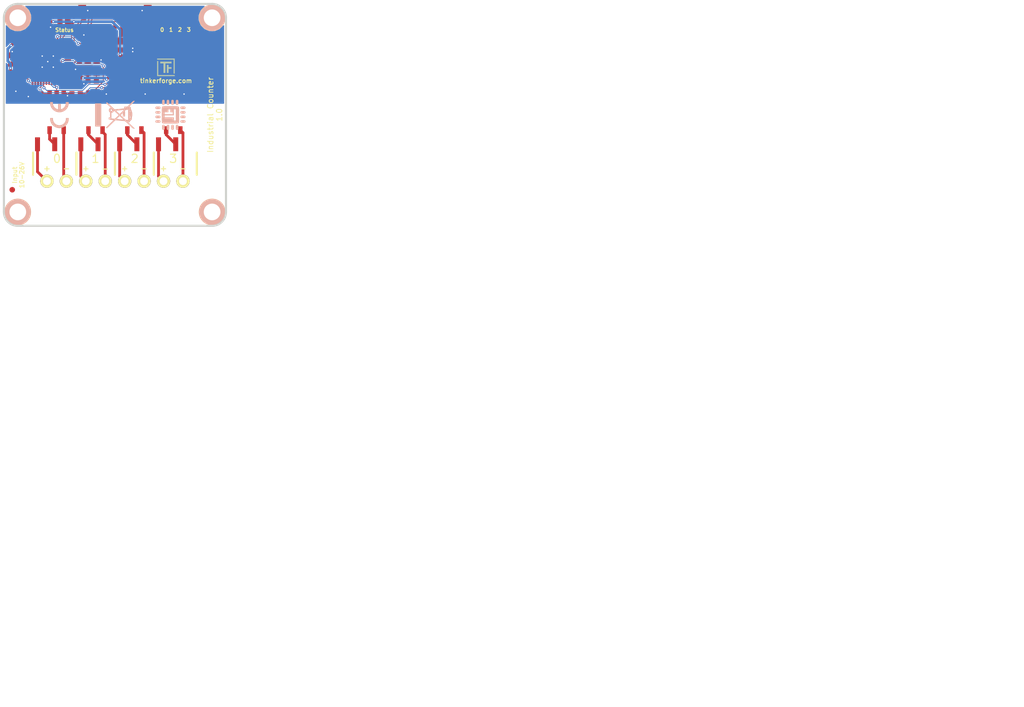
<source format=kicad_pcb>
(kicad_pcb (version 4) (host pcbnew 4.0.2+dfsg1-stable)
  (title_block (title "Industrial Counter Bricklet") (date 2017-09-18) (rev 1.0) (company "Tinkerforge GmbH") (comment 1 "Licensed under CERN OHL v.1.1") (comment 2 "Copyright (©) 2017, B.Nordmeyer <bastian@tinkerforge.com>"))
  (layers (0 Front signal) (31 Back signal) (34 B.Paste user) (35 F.Paste user) (36 B.SilkS user) (37 F.SilkS user) (38 B.Mask user) (39 F.Mask user) (44 Edge.Cuts user))
  (net 0 "")
  (net 1 GND)
  (net 2 "Net-(C1-Pad1)")
  (net 3 VCC)
  (net 4 "Net-(C4-Pad1)")
  (net 5 "Net-(C5-Pad1)")
  (net 6 "Net-(D1-Pad2)")
  (net 7 "Net-(D2-Pad2)")
  (net 8 "Net-(D3-Pad2)")
  (net 9 "Net-(D4-Pad2)")
  (net 10 "Net-(D5-Pad2)")
  (net 11 "Net-(P1-Pad4)")
  (net 12 "Net-(P1-Pad5)")
  (net 13 "Net-(P1-Pad6)")
  (net 14 "Net-(P2-Pad2)")
  (net 15 "Net-(P3-Pad2)")
  (net 16 "Net-(P3-Pad3)")
  (net 17 "Net-(P3-Pad4)")
  (net 18 "Net-(P3-Pad1)")
  (net 19 "Net-(P3-Pad5)")
  (net 20 "Net-(P3-Pad6)")
  (net 21 "Net-(P3-Pad7)")
  (net 22 "Net-(P3-Pad8)")
  (net 23 "Net-(R1-Pad1)")
  (net 24 "Net-(R2-Pad2)")
  (net 25 "Net-(R3-Pad2)")
  (net 26 "Net-(R4-Pad2)")
  (net 27 "Net-(R5-Pad2)")
  (net 28 S-CS)
  (net 29 S-CLK)
  (net 30 S-MOSI)
  (net 31 S-MISO)
  (net 32 STATUS4)
  (net 33 STATUS3)
  (net 34 STATUS2)
  (net 35 STATUS1)
  (net 36 IN1)
  (net 37 IN2)
  (net 38 IN3)
  (net 39 IN4)
  (net 40 "Net-(J1-Pad1)")
  (net 41 "Net-(P1-Pad1)")
  (net 42 "Net-(U1-Pad5)")
  (net 43 "Net-(U1-Pad6)")
  (net 44 "Net-(U1-Pad8)")
  (net 45 "Net-(U1-Pad9)")
  (net 46 "Net-(U1-Pad10)")
  (net 47 "Net-(U1-Pad11)")
  (net 48 "Net-(U1-Pad12)")
  (net 49 "Net-(U1-Pad13)")
  (net 50 "Net-(U1-Pad14)")
  (net 51 "Net-(U1-Pad15)")
  (net 52 "Net-(U1-Pad16)")
  (net 53 "Net-(U1-Pad20)")
  (net 54 "Net-(U1-Pad22)")
  (net 55 "Net-(U1-Pad23)")
  (net 56 "Net-(U1-Pad30)")
  (net 57 "Net-(U1-Pad31)")
  (net 58 "Net-(U1-Pad32)")
  (net 59 "Net-(U1-Pad34)")
  (net 60 "Net-(U1-Pad35)")
  (net 61 "Net-(U1-Pad36)")
  (net 62 "Net-(U1-Pad39)")
  (net 63 "Net-(U1-Pad40)")
  (module kicad-libraries:CRYSTAL_3225 (layer Front) (at 113.7 49.25 270)
    (fp_text reference X1)
    (fp_text value 16MHz)
    (pad 3 smd rect (at -1.09982 -0.8001 270) (size 1.39954 1.15062) (layers Front F.Paste F.Mask) (net 1 GND))
    (pad 2 smd rect (at 1.09982 -0.8001 270) (size 1.39954 1.15062) (layers Front F.Paste F.Mask) (net 4 "Net-(C4-Pad1)"))
    (pad 1 smd rect (at -1.09982 0.8001 270) (size 1.39954 1.15062) (layers Front F.Paste F.Mask) (net 5 "Net-(C5-Pad1)"))
    (pad 3 smd rect (at 1.09982 0.8001 270) (size 1.39954 1.15062) (layers Front F.Paste F.Mask) (net 1 GND))
  )
  (module Fiducial_Mark (layer Front) (at 99.3013 71.54926)
    (fp_text reference Fiducial_Mark hide)
    (fp_text value VAL** hide)
    (pad 1 smd circle (at 0 0) (size 1.00076 1.00076) (layers Front F.Mask) (clearance 0.65024))
  )
  (module Fiducial_Mark (layer Front) (at 135.8011 44.54906)
    (fp_text reference Fiducial_Mark hide)
    (fp_text value VAL** hide)
    (pad 1 smd circle (at 0 0) (size 1.00076 1.00076) (layers Front F.Mask) (clearance 0.65024))
  )
  (module Logo_31x31 (layer Front) (at 125.4 47.9)
    (fp_text reference G*** hide)
    (fp_text value Logo_31x31 hide)
  )
  (module kicad-libraries:SolderJumper (layer Front) (at 105.2 42.85 270)
    (fp_text reference P2)
    (fp_text value BOOT)
    (pad 2 smd rect (at 0.55 0 270) (size 0.3 1.4) (layers Front F.Mask) (net 14 "Net-(P2-Pad2)"))
    (pad 2 smd rect (at 0.15 0 270) (size 0.6 0.5) (layers Front F.Mask) (net 14 "Net-(P2-Pad2)"))
    (pad 1 smd rect (at -0.5 0 270) (size 0.4 1.4) (layers Front F.Mask) (net 1 GND))
    (pad 1 smd rect (at -0.225 0.55 270) (size 0.95 0.3) (layers Front F.Mask) (net 1 GND))
    (pad 1 smd rect (at -0.225 -0.55 270) (size 0.95 0.3) (layers Front F.Mask) (net 1 GND))
  )
  (module kicad-libraries:0603X4 (layer Front) (at 124.95 44.9 90)
    (fp_text reference RP2)
    (fp_text value 1k)
    (pad 1 smd rect (at 1.19888 -0.8509 90) (size 0.44958 0.89916) (layers Front F.Paste F.Mask) (net 35 STATUS1))
    (pad 2 smd rect (at 0.39878 -0.8509 90) (size 0.44958 0.89916) (layers Front F.Paste F.Mask) (net 34 STATUS2))
    (pad 3 smd rect (at -0.39878 -0.8509 90) (size 0.44958 0.89916) (layers Front F.Paste F.Mask) (net 33 STATUS3))
    (pad 4 smd rect (at -1.19888 -0.8509 90) (size 0.44958 0.89916) (layers Front F.Paste F.Mask) (net 32 STATUS4))
    (pad 5 smd rect (at -1.19888 0.8509 90) (size 0.44958 0.89916) (layers Front F.Paste F.Mask) (net 10 "Net-(D5-Pad2)"))
    (pad 6 smd rect (at -0.39878 0.8509 90) (size 0.44958 0.89916) (layers Front F.Paste F.Mask) (net 9 "Net-(D4-Pad2)"))
    (pad 7 smd rect (at 0.39878 0.8509 90) (size 0.44958 0.89916) (layers Front F.Paste F.Mask) (net 8 "Net-(D3-Pad2)"))
    (pad 8 smd rect (at 1.19888 0.8509 90) (size 0.44958 0.89916) (layers Front F.Paste F.Mask) (net 7 "Net-(D2-Pad2)"))
  )
  (module kicad-libraries:QFN48-EP2 (layer Front) (at 105.7 48.45 180)
    (fp_text reference U1)
    (fp_text value XMC1404)
    (pad 1 smd rect (at -2.74828 3.61188) (size 0.29972 1.14808) (layers Front F.Paste F.Mask) (net 34 STATUS2))
    (pad 2 smd rect (at -2.2479 3.61188) (size 0.29972 1.14808) (layers Front F.Paste F.Mask) (net 35 STATUS1))
    (pad 3 smd rect (at -1.74752 3.61188) (size 0.29972 1.14808) (layers Front F.Paste F.Mask) (net 31 S-MISO))
    (pad 4 smd rect (at -1.24968 3.61188) (size 0.29972 1.14808) (layers Front F.Paste F.Mask) (net 23 "Net-(R1-Pad1)"))
    (pad 5 smd rect (at -0.7493 3.61188) (size 0.29972 1.14808) (layers Front F.Paste F.Mask) (net 42 "Net-(U1-Pad5)"))
    (pad 6 smd rect (at -0.24892 3.61188) (size 0.29972 1.14808) (layers Front F.Paste F.Mask) (net 43 "Net-(U1-Pad6)"))
    (pad 7 smd rect (at 0.24892 3.61188) (size 0.29972 1.14808) (layers Front F.Paste F.Mask) (net 14 "Net-(P2-Pad2)"))
    (pad 8 smd rect (at 0.7493 3.61188) (size 0.29972 1.14808) (layers Front F.Paste F.Mask) (net 44 "Net-(U1-Pad8)"))
    (pad 9 smd rect (at 1.24968 3.61188) (size 0.29972 1.14808) (layers Front F.Paste F.Mask) (net 45 "Net-(U1-Pad9)"))
    (pad 10 smd rect (at 1.74752 3.61188) (size 0.29972 1.14808) (layers Front F.Paste F.Mask) (net 46 "Net-(U1-Pad10)"))
    (pad 11 smd rect (at 2.2479 3.61188) (size 0.29972 1.14808) (layers Front F.Paste F.Mask) (net 47 "Net-(U1-Pad11)"))
    (pad 12 smd rect (at 2.74828 3.61188) (size 0.29972 1.14808) (layers Front F.Paste F.Mask) (net 48 "Net-(U1-Pad12)"))
    (pad 13 smd rect (at 3.61188 2.74828 90) (size 0.29972 1.14808) (layers Front F.Paste F.Mask) (net 49 "Net-(U1-Pad13)"))
    (pad 14 smd rect (at 3.61188 2.2479 90) (size 0.29972 1.14808) (layers Front F.Paste F.Mask) (net 50 "Net-(U1-Pad14)"))
    (pad 15 smd rect (at 3.61188 1.74752 90) (size 0.29972 1.14808) (layers Front F.Paste F.Mask) (net 51 "Net-(U1-Pad15)"))
    (pad 16 smd rect (at 3.61188 1.24968 90) (size 0.29972 1.14808) (layers Front F.Paste F.Mask) (net 52 "Net-(U1-Pad16)"))
    (pad 17 smd rect (at 3.61188 0.7493 90) (size 0.29972 1.14808) (layers Front F.Paste F.Mask) (net 1 GND))
    (pad 18 smd rect (at 3.61188 0.24892 90) (size 0.29972 1.14808) (layers Front F.Paste F.Mask) (net 3 VCC))
    (pad 19 smd rect (at 3.61188 -0.24892 90) (size 0.29972 1.14808) (layers Front F.Paste F.Mask) (net 3 VCC))
    (pad 20 smd rect (at 3.61188 -0.7493 90) (size 0.29972 1.14808) (layers Front F.Paste F.Mask) (net 53 "Net-(U1-Pad20)"))
    (pad 21 smd rect (at 3.61188 -1.24968 90) (size 0.29972 1.14808) (layers Front F.Paste F.Mask) (net 40 "Net-(J1-Pad1)"))
    (pad 22 smd rect (at 3.61188 -1.74752 90) (size 0.29972 1.14808) (layers Front F.Paste F.Mask) (net 54 "Net-(U1-Pad22)"))
    (pad 23 smd rect (at 3.61188 -2.2479 90) (size 0.29972 1.14808) (layers Front F.Paste F.Mask) (net 55 "Net-(U1-Pad23)"))
    (pad 24 smd rect (at 3.61188 -2.74828 90) (size 0.29972 1.14808) (layers Front F.Paste F.Mask) (net 36 IN1))
    (pad 25 smd rect (at 2.74828 -3.61188 180) (size 0.29972 1.14808) (layers Front F.Paste F.Mask) (net 37 IN2))
    (pad 26 smd rect (at 2.2479 -3.61188 180) (size 0.29972 1.14808) (layers Front F.Paste F.Mask) (net 38 IN3))
    (pad 27 smd rect (at 1.74752 -3.61188 180) (size 0.29972 1.14808) (layers Front F.Paste F.Mask) (net 3 VCC))
    (pad 28 smd rect (at 1.24968 -3.61188 180) (size 0.29972 1.14808) (layers Front F.Paste F.Mask) (net 38 IN3))
    (pad 29 smd rect (at 0.7493 -3.61188 180) (size 0.29972 1.14808) (layers Front F.Paste F.Mask) (net 39 IN4))
    (pad 30 smd rect (at 0.24892 -3.61188 180) (size 0.29972 1.14808) (layers Front F.Paste F.Mask) (net 56 "Net-(U1-Pad30)"))
    (pad 31 smd rect (at -0.24892 -3.61188 180) (size 0.29972 1.14808) (layers Front F.Paste F.Mask) (net 57 "Net-(U1-Pad31)"))
    (pad 32 smd rect (at -0.7493 -3.61188 180) (size 0.29972 1.14808) (layers Front F.Paste F.Mask) (net 58 "Net-(U1-Pad32)"))
    (pad 33 smd rect (at -1.24968 -3.61188 180) (size 0.29972 1.14808) (layers Front F.Paste F.Mask) (net 36 IN1))
    (pad 34 smd rect (at -1.74752 -3.61188 180) (size 0.29972 1.14808) (layers Front F.Paste F.Mask) (net 59 "Net-(U1-Pad34)"))
    (pad 35 smd rect (at -2.2479 -3.61188 180) (size 0.29972 1.14808) (layers Front F.Paste F.Mask) (net 60 "Net-(U1-Pad35)"))
    (pad 36 smd rect (at -2.74828 -3.61188 180) (size 0.29972 1.14808) (layers Front F.Paste F.Mask) (net 61 "Net-(U1-Pad36)"))
    (pad 37 smd rect (at -3.60934 -2.74828 270) (size 0.29972 1.15062) (layers Front F.Paste F.Mask) (net 1 GND))
    (pad 38 smd rect (at -3.61188 -2.2479 270) (size 0.29972 1.14808) (layers Front F.Paste F.Mask) (net 3 VCC))
    (pad 39 smd rect (at -3.61188 -1.74752 270) (size 0.29972 1.14808) (layers Front F.Paste F.Mask) (net 62 "Net-(U1-Pad39)"))
    (pad 40 smd rect (at -3.61188 -1.24968 270) (size 0.29972 1.14808) (layers Front F.Paste F.Mask) (net 63 "Net-(U1-Pad40)"))
    (pad 41 smd rect (at -3.61188 -0.7493 270) (size 0.29972 1.14808) (layers Front F.Paste F.Mask) (net 4 "Net-(C4-Pad1)"))
    (pad 42 smd rect (at -3.61188 -0.24892 270) (size 0.29972 1.14808) (layers Front F.Paste F.Mask) (net 5 "Net-(C5-Pad1)"))
    (pad 43 smd rect (at -3.61188 0.24892 270) (size 0.29972 1.14808) (layers Front F.Paste F.Mask) (net 37 IN2))
    (pad 44 smd rect (at -3.61188 0.7493 270) (size 0.29972 1.14808) (layers Front F.Paste F.Mask) (net 28 S-CS))
    (pad 45 smd rect (at -3.61188 1.24968 270) (size 0.29972 1.14808) (layers Front F.Paste F.Mask) (net 29 S-CLK))
    (pad 46 smd rect (at -3.61188 1.74752 270) (size 0.29972 1.14808) (layers Front F.Paste F.Mask) (net 30 S-MOSI))
    (pad 47 smd rect (at -3.61188 2.2479 270) (size 0.29972 1.14808) (layers Front F.Paste F.Mask) (net 32 STATUS4))
    (pad 48 smd rect (at -3.61188 2.74828 270) (size 0.29972 1.14808) (layers Front F.Paste F.Mask) (net 33 STATUS3))
    (pad EP smd rect (at 0 0 180) (size 3.5 3.5) (layers Front F.Paste F.Mask) (net 1 GND))
  )
  (module kicad-libraries:CE_5mm (layer Back) (at 107.8 58.05 90)
    (fp_text reference VAL hide)
    (fp_text value CE_5mm hide)
  )
  (module kicad-libraries:WEEE_7mm (layer Back) (at 117.8 58.05 90)
    (fp_text reference VAL hide)
    (fp_text value WEEE_7mm hide)
  )
  (module kicad-libraries:DEBUG_PAD (layer Front) (at 100.2 51.15)
    (fp_text reference J1)
    (fp_text value DEBUG)
    (pad 1 smd circle (at 0 0) (size 0.7 0.7) (layers Front F.Paste F.Mask) (net 40 "Net-(J1-Pad1)"))
  )
  (module kicad-libraries:Logo_CoMCU (layer Back) (at 127.8 58.05 90)
    (fp_text reference G*** hide)
    (fp_text value LOGO hide)
  )
  (module kicad-libraries:DRILL_NP (layer Front) (at 135.3 40.55)
    (fp_text reference U9 hide)
    (fp_text value DRILL hide)
    (pad "" np_thru_hole circle (at 0 0) (size 2.99974 2.99974) (drill 2.99974) (layers *.Cu *.Mask F.SilkS) (clearance 0.89916))
  )
  (module kicad-libraries:DRILL_NP (layer Front) (at 135.3 75.55)
    (fp_text reference U8 hide)
    (fp_text value DRILL hide)
    (pad "" np_thru_hole circle (at 0 0) (size 2.99974 2.99974) (drill 2.99974) (layers *.Cu *.Mask F.SilkS) (clearance 0.89916))
  )
  (module kicad-libraries:DRILL_NP (layer Front) (at 100.3 40.55)
    (fp_text reference U7 hide)
    (fp_text value DRILL hide)
    (pad "" np_thru_hole circle (at 0 0) (size 2.99974 2.99974) (drill 2.99974) (layers *.Cu *.Mask F.SilkS) (clearance 0.89916))
  )
  (module kicad-libraries:DRILL_NP (layer Front) (at 100.29952 75.54976)
    (fp_text reference U6 hide)
    (fp_text value DRILL hide)
    (pad "" np_thru_hole circle (at 0 0) (size 2.99974 2.99974) (drill 2.99974) (layers *.Cu *.Mask F.SilkS) (clearance 0.89916))
  )
  (module kicad-libraries:SO-5 (layer Front) (at 107.3 57.55)
    (fp_text reference U2)
    (fp_text value TLP2367)
    (pad 3 smd rect (at 1.27 3.25) (size 0.8 1.4) (layers Front F.Paste F.Mask) (net 15 "Net-(P3-Pad2)"))
    (pad 1 smd rect (at -1.27 3.25) (size 0.8 1.4) (layers Front F.Paste F.Mask) (net 24 "Net-(R2-Pad2)"))
    (pad 4 smd rect (at 1.27 -3.25) (size 0.8 1.4) (layers Front F.Paste F.Mask) (net 1 GND))
    (pad 5 smd rect (at 0 -3.25) (size 0.8 1.4) (layers Front F.Paste F.Mask) (net 36 IN1))
    (pad 6 smd rect (at -1.27 -3.25) (size 0.8 1.4) (layers Front F.Paste F.Mask) (net 3 VCC))
  )
  (module kicad-libraries:SO-5 (layer Front) (at 128.3 57.55)
    (fp_text reference U5)
    (fp_text value TLP2367)
    (pad 3 smd rect (at 1.27 3.25) (size 0.8 1.4) (layers Front F.Paste F.Mask) (net 22 "Net-(P3-Pad8)"))
    (pad 1 smd rect (at -1.27 3.25) (size 0.8 1.4) (layers Front F.Paste F.Mask) (net 27 "Net-(R5-Pad2)"))
    (pad 4 smd rect (at 1.27 -3.25) (size 0.8 1.4) (layers Front F.Paste F.Mask) (net 1 GND))
    (pad 5 smd rect (at 0 -3.25) (size 0.8 1.4) (layers Front F.Paste F.Mask) (net 39 IN4))
    (pad 6 smd rect (at -1.27 -3.25) (size 0.8 1.4) (layers Front F.Paste F.Mask) (net 3 VCC))
  )
  (module kicad-libraries:SO-5 (layer Front) (at 121.3 57.55)
    (fp_text reference U4)
    (fp_text value TLP2367)
    (pad 3 smd rect (at 1.27 3.25) (size 0.8 1.4) (layers Front F.Paste F.Mask) (net 20 "Net-(P3-Pad6)"))
    (pad 1 smd rect (at -1.27 3.25) (size 0.8 1.4) (layers Front F.Paste F.Mask) (net 26 "Net-(R4-Pad2)"))
    (pad 4 smd rect (at 1.27 -3.25) (size 0.8 1.4) (layers Front F.Paste F.Mask) (net 1 GND))
    (pad 5 smd rect (at 0 -3.25) (size 0.8 1.4) (layers Front F.Paste F.Mask) (net 38 IN3))
    (pad 6 smd rect (at -1.27 -3.25) (size 0.8 1.4) (layers Front F.Paste F.Mask) (net 3 VCC))
  )
  (module kicad-libraries:SO-5 (layer Front) (at 114.3 57.55)
    (fp_text reference U3)
    (fp_text value TLP2367)
    (pad 3 smd rect (at 1.27 3.25) (size 0.8 1.4) (layers Front F.Paste F.Mask) (net 17 "Net-(P3-Pad4)"))
    (pad 1 smd rect (at -1.27 3.25) (size 0.8 1.4) (layers Front F.Paste F.Mask) (net 25 "Net-(R3-Pad2)"))
    (pad 4 smd rect (at 1.27 -3.25) (size 0.8 1.4) (layers Front F.Paste F.Mask) (net 1 GND))
    (pad 5 smd rect (at 0 -3.25) (size 0.8 1.4) (layers Front F.Paste F.Mask) (net 37 IN2))
    (pad 6 smd rect (at -1.27 -3.25) (size 0.8 1.4) (layers Front F.Paste F.Mask) (net 3 VCC))
  )
  (module kicad-libraries:C0402F (layer Front) (at 112.7 44.3 180)
    (fp_text reference C1)
    (fp_text value 220pF)
    (pad 2 smd rect (at 0.5 0 180) (size 0.6 0.7) (layers Front F.Paste F.Mask) (net 1 GND))
    (pad 1 smd rect (at -0.5 0 180) (size 0.6 0.7) (layers Front F.Paste F.Mask) (net 2 "Net-(C1-Pad1)"))
  )
  (module kicad-libraries:C0805 (layer Front) (at 119.7 44.75 180)
    (fp_text reference C2)
    (fp_text value 10uF)
    (pad 1 smd rect (at -1.00076 0 180) (size 1.00076 1.24968) (layers Front F.Paste F.Mask) (net 1 GND) (clearance 0.14986))
    (pad 2 smd rect (at 1.00076 0 180) (size 1.00076 1.24968) (layers Front F.Paste F.Mask) (net 3 VCC) (clearance 0.14986))
  )
  (module kicad-libraries:C0603F (layer Front) (at 119.5 46.35 180)
    (fp_text reference C3)
    (fp_text value 1uF)
    (pad 1 smd rect (at -0.75 0 180) (size 0.9 0.9) (layers Front F.Paste F.Mask) (net 1 GND))
    (pad 2 smd rect (at 0.75 0 180) (size 0.9 0.9) (layers Front F.Paste F.Mask) (net 3 VCC))
  )
  (module kicad-libraries:C0603F (layer Front) (at 113.7 51.95 180)
    (fp_text reference C4)
    (fp_text value 10pF)
    (pad 1 smd rect (at -0.75 0 180) (size 0.9 0.9) (layers Front F.Paste F.Mask) (net 4 "Net-(C4-Pad1)"))
    (pad 2 smd rect (at 0.75 0 180) (size 0.9 0.9) (layers Front F.Paste F.Mask) (net 1 GND))
  )
  (module kicad-libraries:C0603F (layer Front) (at 111.4 49.15 270)
    (fp_text reference C5)
    (fp_text value 10pF)
    (pad 1 smd rect (at -0.75 0 270) (size 0.9 0.9) (layers Front F.Paste F.Mask) (net 5 "Net-(C5-Pad1)"))
    (pad 2 smd rect (at 0.75 0 270) (size 0.9 0.9) (layers Front F.Paste F.Mask) (net 1 GND))
  )
  (module kicad-libraries:C0603F (layer Front) (at 111.4 52.05 270)
    (fp_text reference C6)
    (fp_text value 100nF)
    (pad 1 smd rect (at -0.75 0 270) (size 0.9 0.9) (layers Front F.Paste F.Mask) (net 3 VCC))
    (pad 2 smd rect (at 0.75 0 270) (size 0.9 0.9) (layers Front F.Paste F.Mask) (net 1 GND))
  )
  (module kicad-libraries:C0603F (layer Front) (at 99 48.15 90)
    (fp_text reference C7)
    (fp_text value 100nF)
    (pad 1 smd rect (at -0.75 0 90) (size 0.9 0.9) (layers Front F.Paste F.Mask) (net 3 VCC))
    (pad 2 smd rect (at 0.75 0 90) (size 0.9 0.9) (layers Front F.Paste F.Mask) (net 1 GND))
  )
  (module kicad-libraries:C0603F (layer Front) (at 100.7 53.05 180)
    (fp_text reference C8)
    (fp_text value 100nF)
    (pad 1 smd rect (at -0.75 0 180) (size 0.9 0.9) (layers Front F.Paste F.Mask) (net 3 VCC))
    (pad 2 smd rect (at 0.75 0 180) (size 0.9 0.9) (layers Front F.Paste F.Mask) (net 1 GND))
  )
  (module kicad-libraries:C0603F (layer Front) (at 100.4 48.15 90)
    (fp_text reference C9)
    (fp_text value 220nF)
    (pad 1 smd rect (at -0.75 0 90) (size 0.9 0.9) (layers Front F.Paste F.Mask) (net 3 VCC))
    (pad 2 smd rect (at 0.75 0 90) (size 0.9 0.9) (layers Front F.Paste F.Mask) (net 1 GND))
  )
  (module kicad-libraries:C0603F (layer Front) (at 103.7 54.25 180)
    (fp_text reference C10)
    (fp_text value 100nF)
    (pad 1 smd rect (at -0.75 0 180) (size 0.9 0.9) (layers Front F.Paste F.Mask) (net 3 VCC))
    (pad 2 smd rect (at 0.75 0 180) (size 0.9 0.9) (layers Front F.Paste F.Mask) (net 1 GND))
  )
  (module kicad-libraries:C0603F (layer Front) (at 110.8 54.25 180)
    (fp_text reference C11)
    (fp_text value 100nF)
    (pad 1 smd rect (at -0.75 0 180) (size 0.9 0.9) (layers Front F.Paste F.Mask) (net 3 VCC))
    (pad 2 smd rect (at 0.75 0 180) (size 0.9 0.9) (layers Front F.Paste F.Mask) (net 1 GND))
  )
  (module kicad-libraries:C0603F (layer Front) (at 117.8 54.25 180)
    (fp_text reference C12)
    (fp_text value 100nF)
    (pad 1 smd rect (at -0.75 0 180) (size 0.9 0.9) (layers Front F.Paste F.Mask) (net 3 VCC))
    (pad 2 smd rect (at 0.75 0 180) (size 0.9 0.9) (layers Front F.Paste F.Mask) (net 1 GND))
  )
  (module kicad-libraries:C0603F (layer Front) (at 124.9 54.25 180)
    (fp_text reference C13)
    (fp_text value 100nF)
    (pad 1 smd rect (at -0.75 0 180) (size 0.9 0.9) (layers Front F.Paste F.Mask) (net 3 VCC))
    (pad 2 smd rect (at 0.75 0 180) (size 0.9 0.9) (layers Front F.Paste F.Mask) (net 1 GND))
  )
  (module kicad-libraries:D0603E (layer Front) (at 109.3 40.55 90)
    (fp_text reference D1)
    (fp_text value blue)
    (pad 1 smd rect (at -0.8501 0 90) (size 1.1 1) (layers Front F.Paste F.Mask) (net 3 VCC))
    (pad 2 smd rect (at 0.8501 0 90) (size 1.1 1) (layers Front F.Paste F.Mask) (net 6 "Net-(D1-Pad2)"))
  )
  (module kicad-libraries:D0603E (layer Front) (at 126.3 40.5 270)
    (fp_text reference D2)
    (fp_text value blue)
    (pad 1 smd rect (at -0.8501 0 270) (size 1.1 1) (layers Front F.Paste F.Mask) (net 3 VCC))
    (pad 2 smd rect (at 0.8501 0 270) (size 1.1 1) (layers Front F.Paste F.Mask) (net 7 "Net-(D2-Pad2)"))
  )
  (module kicad-libraries:D0603E (layer Front) (at 127.9 40.5 270)
    (fp_text reference D3)
    (fp_text value blue)
    (pad 1 smd rect (at -0.8501 0 270) (size 1.1 1) (layers Front F.Paste F.Mask) (net 3 VCC))
    (pad 2 smd rect (at 0.8501 0 270) (size 1.1 1) (layers Front F.Paste F.Mask) (net 8 "Net-(D3-Pad2)"))
  )
  (module kicad-libraries:D0603E (layer Front) (at 129.5 40.5 270)
    (fp_text reference D4)
    (fp_text value blue)
    (pad 1 smd rect (at -0.8501 0 270) (size 1.1 1) (layers Front F.Paste F.Mask) (net 3 VCC))
    (pad 2 smd rect (at 0.8501 0 270) (size 1.1 1) (layers Front F.Paste F.Mask) (net 9 "Net-(D4-Pad2)"))
  )
  (module kicad-libraries:D0603E (layer Front) (at 131.1 40.5 270)
    (fp_text reference D5)
    (fp_text value blue)
    (pad 1 smd rect (at -0.8501 0 270) (size 1.1 1) (layers Front F.Paste F.Mask) (net 3 VCC))
    (pad 2 smd rect (at 0.8501 0 270) (size 1.1 1) (layers Front F.Paste F.Mask) (net 10 "Net-(D5-Pad2)"))
  )
  (module kicad-libraries:CON-SENSOR2 (layer Front) (at 117.80012 38.0492 180)
    (fp_text reference P1)
    (fp_text value CON-SENSOR2)
    (pad 1 smd rect (at -3.75 -4.6 180) (size 0.6 1.8) (layers Front F.Paste F.Mask) (net 41 "Net-(P1-Pad1)"))
    (pad 2 smd rect (at -2.5 -4.6 180) (size 0.6 1.8) (layers Front F.Paste F.Mask) (net 1 GND))
    (pad EP smd rect (at -5.9 -1.2 180) (size 1.4 2.4) (layers Front F.Paste F.Mask) (net 1 GND))
    (pad EP smd rect (at 5.9 -1.2 180) (size 1.4 2.4) (layers Front F.Paste F.Mask) (net 1 GND))
    (pad 3 smd rect (at -1.25 -4.6 180) (size 0.6 1.8) (layers Front F.Paste F.Mask) (net 3 VCC))
    (pad 4 smd rect (at 0 -4.6 180) (size 0.6 1.8) (layers Front F.Paste F.Mask) (net 11 "Net-(P1-Pad4)"))
    (pad 5 smd rect (at 1.25 -4.6 180) (size 0.6 1.8) (layers Front F.Paste F.Mask) (net 12 "Net-(P1-Pad5)"))
    (pad 6 smd rect (at 2.5 -4.6 180) (size 0.6 1.8) (layers Front F.Paste F.Mask) (net 13 "Net-(P1-Pad6)"))
    (pad 7 smd rect (at 3.75 -4.6 180) (size 0.6 1.8) (layers Front F.Paste F.Mask) (net 2 "Net-(C1-Pad1)"))
  )
  (module kicad-libraries:OQ_8P (layer Front) (at 117.8 70)
    (fp_text reference P3)
    (fp_text value CONN_8)
    (pad 2 thru_hole circle (at -8.7503 0) (size 2.4003 2.4003) (drill 1.39954) (layers *.Cu *.Mask F.SilkS) (net 15 "Net-(P3-Pad2)"))
    (pad 3 thru_hole circle (at -5.25018 0) (size 2.4003 2.4003) (drill 1.39954) (layers *.Cu *.Mask F.SilkS) (net 16 "Net-(P3-Pad3)"))
    (pad 4 thru_hole circle (at -1.75006 0) (size 2.4003 2.4003) (drill 1.39954) (layers *.Cu *.Mask F.SilkS) (net 17 "Net-(P3-Pad4)"))
    (pad 1 thru_hole circle (at -12.25042 0) (size 2.4003 2.4003) (drill 1.39954) (layers *.Cu *.Mask F.SilkS) (net 18 "Net-(P3-Pad1)"))
    (pad 5 thru_hole circle (at 1.75006 0) (size 2.4003 2.4003) (drill 1.39954) (layers *.Cu *.Mask F.SilkS) (net 19 "Net-(P3-Pad5)"))
    (pad 6 thru_hole circle (at 5.25018 0) (size 2.4003 2.4003) (drill 1.39954) (layers *.Cu *.Mask F.SilkS) (net 20 "Net-(P3-Pad6)"))
    (pad 7 thru_hole circle (at 8.7503 0) (size 2.4003 2.4003) (drill 1.39954) (layers *.Cu *.Mask F.SilkS) (net 21 "Net-(P3-Pad7)"))
    (pad 8 thru_hole circle (at 12.25042 0) (size 2.4003 2.4003) (drill 1.39954) (layers *.Cu *.Mask F.SilkS) (net 22 "Net-(P3-Pad8)"))
  )
  (module kicad-libraries:R0603F (layer Front) (at 107.9 40.55 90)
    (fp_text reference R1)
    (fp_text value 1k)
    (pad 1 smd rect (at -0.75 0 90) (size 0.9 0.9) (layers Front F.Paste F.Mask) (net 23 "Net-(R1-Pad1)"))
    (pad 2 smd rect (at 0.75 0 90) (size 0.9 0.9) (layers Front F.Paste F.Mask) (net 6 "Net-(D1-Pad2)"))
  )
  (module kicad-libraries:R1210 (layer Front) (at 105.4 63.35)
    (fp_text reference R2)
    (fp_text value "2.7k 0.5W")
    (pad 1 smd rect (at -1.5494 0) (size 0.89916 2.49936) (layers Front F.Paste F.Mask) (net 18 "Net-(P3-Pad1)") (clearance 0.14986))
    (pad 2 smd rect (at 1.5494 0) (size 0.89916 2.49936) (layers Front F.Paste F.Mask) (net 24 "Net-(R2-Pad2)") (clearance 0.14986))
  )
  (module kicad-libraries:R1210 (layer Front) (at 113.2 63.35)
    (fp_text reference R3)
    (fp_text value "2.7k 0.5W")
    (pad 1 smd rect (at -1.5494 0) (size 0.89916 2.49936) (layers Front F.Paste F.Mask) (net 16 "Net-(P3-Pad3)") (clearance 0.14986))
    (pad 2 smd rect (at 1.5494 0) (size 0.89916 2.49936) (layers Front F.Paste F.Mask) (net 25 "Net-(R3-Pad2)") (clearance 0.14986))
  )
  (module kicad-libraries:R1210 (layer Front) (at 120.2 63.35)
    (fp_text reference R4)
    (fp_text value "2.7k 0.5W")
    (pad 1 smd rect (at -1.5494 0) (size 0.89916 2.49936) (layers Front F.Paste F.Mask) (net 19 "Net-(P3-Pad5)") (clearance 0.14986))
    (pad 2 smd rect (at 1.5494 0) (size 0.89916 2.49936) (layers Front F.Paste F.Mask) (net 26 "Net-(R4-Pad2)") (clearance 0.14986))
  )
  (module kicad-libraries:R1210 (layer Front) (at 127.2 63.35)
    (fp_text reference R5)
    (fp_text value "2.7k 0.5W")
    (pad 1 smd rect (at -1.5494 0) (size 0.89916 2.49936) (layers Front F.Paste F.Mask) (net 21 "Net-(P3-Pad7)") (clearance 0.14986))
    (pad 2 smd rect (at 1.5494 0) (size 0.89916 2.49936) (layers Front F.Paste F.Mask) (net 27 "Net-(R5-Pad2)") (clearance 0.14986))
  )
  (module kicad-libraries:4X0402 (layer Front) (at 112.7 45.95 90)
    (fp_text reference RP1)
    (fp_text value 82)
    (pad 1 smd rect (at -0.7493 0.575 270) (size 0.29972 0.65) (layers Front F.Paste F.Mask) (net 11 "Net-(P1-Pad4)"))
    (pad 2 smd rect (at -0.24892 0.575 270) (size 0.29972 0.65) (layers Front F.Paste F.Mask) (net 12 "Net-(P1-Pad5)"))
    (pad 3 smd rect (at 0.24892 0.575 270) (size 0.29972 0.65) (layers Front F.Paste F.Mask) (net 13 "Net-(P1-Pad6)"))
    (pad 4 smd rect (at 0.7493 0.575 270) (size 0.29972 0.65) (layers Front F.Paste F.Mask) (net 2 "Net-(C1-Pad1)"))
    (pad 5 smd rect (at 0.7493 -0.575 90) (size 0.29972 0.65) (layers Front F.Paste F.Mask) (net 31 S-MISO))
    (pad 6 smd rect (at 0.24892 -0.575 90) (size 0.29972 0.65) (layers Front F.Paste F.Mask) (net 30 S-MOSI))
    (pad 7 smd rect (at -0.24892 -0.575 90) (size 0.29972 0.65) (layers Front F.Paste F.Mask) (net 29 S-CLK))
    (pad 8 smd rect (at -0.7493 -0.575 90) (size 0.29972 0.65) (layers Front F.Paste F.Mask) (net 28 S-CS))
  )
  (gr_text 3 (at 131.1 42.7) (layer F.SilkS) (effects (font (size 0.7 0.7) (thickness 0.14986))))
  (gr_text 2 (at 129.5 42.7) (layer F.SilkS) (effects (font (size 0.7 0.7) (thickness 0.14986))))
  (gr_text 1 (at 127.9 42.7) (layer F.SilkS) (effects (font (size 0.7 0.7) (thickness 0.14986))))
  (gr_text 0 (at 126.3 42.65 180) (layer F.SilkS) (effects (font (size 0.7 0.7) (thickness 0.14986))))
  (gr_text Status (at 108.7 42.75) (layer F.SilkS) (effects (font (size 0.7 0.7) (thickness 0.14986))))
  (gr_text "Input\n10-26V" (at 100.4 68.9 90) (layer F.SilkS) (effects (font (size 0.8001 0.8001) (thickness 0.14986))))
  (gr_line (start 132.5499 68.84924) (end 132.5499 64.84874) (angle 90) (layer F.SilkS) (width 0.381))
  (gr_line (start 103.05034 68.84924) (end 103.05034 64.84874) (angle 90) (layer F.SilkS) (width 0.381))
  (gr_line (start 124.80036 68.84924) (end 124.80036 64.84874) (angle 90) (layer F.SilkS) (width 0.381))
  (gr_line (start 117.80012 68.84924) (end 117.80012 64.84874) (angle 90) (layer F.SilkS) (width 0.381))
  (gr_line (start 110.85068 68.84924) (end 110.85068 64.84874) (angle 90) (layer F.SilkS) (width 0.381))
  (gr_text 3 (at 128.30048 65.94856) (layer F.SilkS) (effects (font (size 1.50114 1.50114) (thickness 0.20066))))
  (gr_text 2 (at 121.35104 65.94856) (layer F.SilkS) (effects (font (size 1.50114 1.50114) (thickness 0.20066))))
  (gr_text 1 (at 114.3 65.94856) (layer F.SilkS) (effects (font (size 1.50114 1.50114) (thickness 0.20066))))
  (gr_text - (at 130.05054 67.69862) (layer F.SilkS) (effects (font (size 1.00076 1.00076) (thickness 0.20066))))
  (gr_text + (at 126.55042 67.69862) (layer F.SilkS) (effects (font (size 1.00076 1.00076) (thickness 0.20066))))
  (gr_text - (at 123.0503 67.69862) (layer F.SilkS) (effects (font (size 1.00076 1.00076) (thickness 0.20066))))
  (gr_text + (at 119.55018 67.69862) (layer F.SilkS) (effects (font (size 1.00076 1.00076) (thickness 0.20066))))
  (gr_text - (at 116.05006 67.74942) (layer F.SilkS) (effects (font (size 1.00076 1.00076) (thickness 0.20066))))
  (gr_text + (at 112.54994 67.69862) (layer F.SilkS) (effects (font (size 1.00076 1.00076) (thickness 0.20066))))
  (gr_text - (at 109.04982 67.69862) (layer F.SilkS) (effects (font (size 1.00076 1.00076) (thickness 0.20066))))
  (gr_text + (at 105.5497 67.69862) (layer F.SilkS) (effects (font (size 1.00076 1.00076) (thickness 0.20066))))
  (gr_text 0 (at 107.35056 65.94856) (layer F.SilkS) (effects (font (size 1.50114 1.50114) (thickness 0.20066))))
  (gr_text tinkerforge.com (at 127 51.9) (layer F.SilkS) (effects (font (size 0.8001 0.8001) (thickness 0.14986))))
  (gr_text "Industrial Counter\n1.0" (at 135.8 58.05 90) (layer F.SilkS) (effects (font (size 1 1))))
  (gr_arc (start 100.29952 40.5511) (end 97.80016 40.5511) (angle 90) (layer Edge.Cuts) (width 0.381))
  (gr_arc (start 100.29952 75.54976) (end 100.29952 78.04912) (angle 90) (layer Edge.Cuts) (width 0.381))
  (gr_arc (start 135.29818 75.54976) (end 137.80008 75.54976) (angle 90) (layer Edge.Cuts) (width 0.381))
  (gr_arc (start 135.29818 40.5511) (end 135.29818 38.0492) (angle 90) (layer Edge.Cuts) (width 0.381))
  (gr_line (start 97.80016 40.5511) (end 97.80016 75.54976) (angle 90) (layer Edge.Cuts) (width 0.381))
  (gr_line (start 135.30072 38.0492) (end 100.29952 38.0492) (angle 90) (layer Edge.Cuts) (width 0.381))
  (gr_line (start 137.80262 75.54976) (end 137.80262 40.5511) (angle 90) (layer Edge.Cuts) (width 0.381))
  (gr_line (start 100.29952 78.04912) (end 135.30072 78.04912) (angle 90) (layer Edge.Cuts) (width 0.381))
  (segment (start 112.2 44.3) (end 112.2 43.65) (width 0.50038) (layer Front) (net 1))
  (via (at 112.2 43.65) (size 0.55) (drill 0.25) (layers Front Back) (net 1))
  (segment (start 105.7 48.45) (end 104.7 49.45) (width 0.50038) (layer Front) (net 1))
  (via (at 104.7 49.45) (size 0.55) (drill 0.25) (layers Front Back) (net 1))
  (segment (start 105.7 48.45) (end 106.7 49.45) (width 0.50038) (layer Front) (net 1))
  (via (at 106.7 49.45) (size 0.55) (drill 0.25) (layers Front Back) (net 1))
  (segment (start 105.7 48.45) (end 106.7 47.45) (width 0.50038) (layer Front) (net 1))
  (via (at 106.7 47.45) (size 0.55) (drill 0.25) (layers Front Back) (net 1))
  (segment (start 105.7 48.45) (end 104.7 47.45) (width 0.50038) (layer Front) (net 1))
  (via (at 104.7 47.45) (size 0.55) (drill 0.25) (layers Front Back) (net 1))
  (segment (start 105.2 42.35) (end 106.1 42.35) (width 0.29972) (layer Front) (net 1))
  (via (at 106.2 42.25) (size 0.55) (drill 0.25) (layers Front Back) (net 1))
  (segment (start 106.1 42.35) (end 106.2 42.25) (width 0.29972) (layer Front) (net 1))
  (segment (start 105.2 42.35) (end 104.6 42.35) (width 0.14986) (layer Front) (net 1))
  (segment (start 104.6 42.35) (end 104.6 42.75) (width 0.14986) (layer Front) (net 1))
  (segment (start 104.6 42.75) (end 104.65 42.625) (width 0.14986) (layer Front) (net 1))
  (segment (start 105.75 42.625) (end 105.75 42.5) (width 0.14986) (layer Front) (net 1))
  (segment (start 105.75 42.5) (end 105.6 42.35) (width 0.14986) (layer Front) (net 1))
  (segment (start 105.6 42.35) (end 105.2 42.35) (width 0.14986) (layer Front) (net 1))
  (segment (start 120.25 46.35) (end 120.7 46.35) (width 0.50038) (layer Front) (net 1))
  (segment (start 120.7 46.35) (end 121 46.65) (width 0.50038) (layer Front) (net 1))
  (via (at 121 46.65) (size 0.55) (drill 0.25) (layers Front Back) (net 1))
  (segment (start 120.7 46.35) (end 121 46.05) (width 0.50038) (layer Front) (net 1))
  (via (at 121 46.05) (size 0.55) (drill 0.25) (layers Front Back) (net 1))
  (segment (start 120.70076 44.75) (end 120.70076 45.34924) (width 0.50038) (layer Front) (net 1))
  (segment (start 120.70076 45.34924) (end 120.25 45.8) (width 0.50038) (layer Front) (net 1))
  (segment (start 120.25 45.8) (end 120.25 46.35) (width 0.50038) (layer Front) (net 1))
  (segment (start 120.30012 42.6492) (end 120.30012 43.45012) (width 0.50038) (layer Front) (net 1))
  (segment (start 120.30012 43.45012) (end 120.70076 43.85076) (width 0.50038) (layer Front) (net 1))
  (segment (start 120.70076 43.85076) (end 120.70076 44.75) (width 0.50038) (layer Front) (net 1))
  (segment (start 123.70012 39.2492) (end 122.7008 39.2492) (width 0.50038) (layer Front) (net 1))
  (via (at 122.7 39.25) (size 0.55) (drill 0.25) (layers Front Back) (net 1))
  (segment (start 122.7008 39.2492) (end 122.7 39.25) (width 0.50038) (layer Front) (net 1))
  (segment (start 111.90012 39.2492) (end 112.8992 39.2492) (width 0.50038) (layer Front) (net 1))
  (via (at 112.9 39.25) (size 0.55) (drill 0.25) (layers Front Back) (net 1))
  (segment (start 112.8992 39.2492) (end 112.9 39.25) (width 0.50038) (layer Front) (net 1))
  (via (at 105.7 48.45) (size 0.55) (drill 0.25) (layers Front Back) (net 1))
  (segment (start 129.57 54.3) (end 130.25 54.3) (width 0.50038) (layer Front) (net 1))
  (via (at 130.25 54.3) (size 0.55) (drill 0.25) (layers Front Back) (net 1))
  (segment (start 124.15 54.25) (end 123.3 54.25) (width 0.50038) (layer Front) (net 1))
  (via (at 123.25 54.3) (size 0.55) (drill 0.25) (layers Front Back) (net 1))
  (segment (start 123.25 54.3) (end 122.57 54.3) (width 0.50038) (layer Front) (net 1))
  (segment (start 123.3 54.25) (end 123.25 54.3) (width 0.50038) (layer Front) (net 1))
  (segment (start 117.05 54.25) (end 116.3 54.25) (width 0.50038) (layer Front) (net 1))
  (via (at 116.25 54.3) (size 0.55) (drill 0.25) (layers Front Back) (net 1))
  (segment (start 116.25 54.3) (end 115.57 54.3) (width 0.50038) (layer Front) (net 1))
  (segment (start 116.3 54.25) (end 116.25 54.3) (width 0.50038) (layer Front) (net 1))
  (segment (start 99.95 53.05) (end 99.95 53.8) (width 0.50038) (layer Front) (net 1))
  (via (at 99.95 53.8) (size 0.55) (drill 0.25) (layers Front Back) (net 1))
  (segment (start 102.95 54.25) (end 102.7 54.25) (width 0.50038) (layer Front) (net 1))
  (segment (start 102.7 54.25) (end 102.2 54.75) (width 0.50038) (layer Front) (net 1))
  (via (at 102.2 54.75) (size 0.55) (drill 0.25) (layers Front Back) (net 1))
  (segment (start 108.57 54.3) (end 108.95 54.3) (width 0.50038) (layer Front) (net 1))
  (segment (start 108.95 54.3) (end 109.25 54.6) (width 0.50038) (layer Front) (net 1))
  (segment (start 110.05 54.25) (end 109.6 54.25) (width 0.50038) (layer Front) (net 1))
  (segment (start 109.6 54.25) (end 109.25 54.6) (width 0.50038) (layer Front) (net 1))
  (via (at 109.25 54.6) (size 0.55) (drill 0.25) (layers Front Back) (net 1))
  (segment (start 99 47.4) (end 99 46.95) (width 0.50038) (layer Front) (net 1))
  (segment (start 99 46.95) (end 99.3 46.65) (width 0.50038) (layer Front) (net 1))
  (via (at 99.3 46.65) (size 0.55) (drill 0.25) (layers Front Back) (net 1))
  (segment (start 112.95 51.95) (end 112.7 51.95) (width 0.50038) (layer Front) (net 1))
  (segment (start 112.7 51.95) (end 112.2 52.45) (width 0.50038) (layer Front) (net 1))
  (via (at 112.2 52.45) (size 0.55) (drill 0.25) (layers Front Back) (net 1))
  (segment (start 111.85 52.8) (end 112.2 52.45) (width 0.50038) (layer Front) (net 1))
  (segment (start 111.4 52.8) (end 111.85 52.8) (width 0.50038) (layer Front) (net 1))
  (segment (start 111.4 49.9) (end 110.75 49.9) (width 0.50038) (layer Front) (net 1))
  (via (at 110.7 49.85) (size 0.55) (drill 0.25) (layers Front Back) (net 1))
  (segment (start 110.75 49.9) (end 110.7 49.85) (width 0.50038) (layer Front) (net 1))
  (segment (start 114.5001 48.15018) (end 115.29982 48.15018) (width 0.50038) (layer Front) (net 1))
  (via (at 115.3 48.15) (size 0.55) (drill 0.25) (layers Front Back) (net 1))
  (segment (start 115.29982 48.15018) (end 115.3 48.15) (width 0.50038) (layer Front) (net 1))
  (segment (start 112.8999 50.34982) (end 112.8999 51.8999) (width 0.50038) (layer Front) (net 1))
  (segment (start 112.8999 51.8999) (end 112.95 51.95) (width 0.50038) (layer Front) (net 1))
  (segment (start 109.30934 51.19828) (end 109.84828 51.19828) (width 0.29972) (layer Front) (net 1))
  (segment (start 109.84828 51.19828) (end 110.4 51.75) (width 0.29972) (layer Front) (net 1))
  (segment (start 110.4 51.75) (end 110.4 52.55) (width 0.29972) (layer Front) (net 1))
  (segment (start 110.4 52.55) (end 110.65 52.8) (width 0.29972) (layer Front) (net 1))
  (segment (start 110.65 52.8) (end 111.4 52.8) (width 0.29972) (layer Front) (net 1))
  (segment (start 100.4 47.4) (end 99 47.4) (width 0.50038) (layer Front) (net 1))
  (segment (start 102.08812 47.7007) (end 101.3507 47.7007) (width 0.29972) (layer Front) (net 1))
  (segment (start 101.05 47.4) (end 100.4 47.4) (width 0.29972) (layer Front) (net 1))
  (segment (start 101.3507 47.7007) (end 101.05 47.4) (width 0.29972) (layer Front) (net 1))
  (segment (start 113.2 44.3) (end 113.2 45.1257) (width 0.14986) (layer Front) (net 2))
  (segment (start 113.2 45.1257) (end 113.275 45.2007) (width 0.14986) (layer Front) (net 2))
  (segment (start 114.05012 42.6492) (end 114.05012 44.04988) (width 0.14986) (layer Front) (net 2))
  (segment (start 113.8 44.3) (end 113.2 44.3) (width 0.14986) (layer Front) (net 2))
  (segment (start 114.05012 44.04988) (end 113.8 44.3) (width 0.14986) (layer Front) (net 2))
  (segment (start 113.275 45.2007) (end 113.275 45.125) (width 0.14986) (layer Front) (net 2))
  (segment (start 131.1 39.6499) (end 131.7999 39.6499) (width 0.50038) (layer Front) (net 3))
  (segment (start 119.65 48.05) (end 118.75 47.15) (width 0.50038) (layer Front) (net 3))
  (segment (start 129 48.05) (end 119.65 48.05) (width 0.50038) (layer Front) (net 3))
  (segment (start 132.3 44.75) (end 129 48.05) (width 0.50038) (layer Front) (net 3))
  (segment (start 132.3 40.15) (end 132.3 44.75) (width 0.50038) (layer Front) (net 3))
  (segment (start 131.7999 39.6499) (end 132.3 40.15) (width 0.50038) (layer Front) (net 3))
  (segment (start 127.9 39.6499) (end 126.3 39.6499) (width 0.50038) (layer Front) (net 3))
  (segment (start 129.5 39.6499) (end 127.9 39.6499) (width 0.50038) (layer Front) (net 3))
  (segment (start 131.1 39.6499) (end 129.5 39.6499) (width 0.50038) (layer Front) (net 3))
  (segment (start 110.4 41.25) (end 106.7 41.25) (width 0.50038) (layer Back) (net 3))
  (segment (start 104.6 41.25) (end 101.8 44.05) (width 0.50038) (layer Front) (net 3))
  (segment (start 106.7 41.25) (end 104.6 41.25) (width 0.50038) (layer Front) (net 3))
  (via (at 106.7 41.25) (size 0.55) (drill 0.25) (layers Front Back) (net 3))
  (segment (start 118.75 47.15) (end 118.75 42.7) (width 0.50038) (layer Back) (net 3))
  (via (at 118.75 47.15) (size 0.55) (drill 0.25) (layers Front Back) (net 3))
  (segment (start 118.75 42.7) (end 117.3 41.25) (width 0.50038) (layer Back) (net 3))
  (segment (start 117.3 41.25) (end 110.4 41.25) (width 0.50038) (layer Back) (net 3))
  (segment (start 109.3 41.4001) (end 110.2499 41.4001) (width 0.50038) (layer Front) (net 3))
  (via (at 110.4 41.25) (size 0.55) (drill 0.25) (layers Front Back) (net 3))
  (segment (start 110.4 41.25) (end 110.2499 41.4001) (width 0.50038) (layer Front) (net 3))
  (segment (start 118.75 46.35) (end 118.75 47.15) (width 0.50038) (layer Front) (net 3))
  (segment (start 118.75 47.15) (end 118.75 49.2) (width 0.50038) (layer Front) (net 3))
  (segment (start 111.95 51.3) (end 112.05 51.4) (width 0.50038) (layer Front) (net 3))
  (via (at 112.05 51.4) (size 0.55) (drill 0.25) (layers Front Back) (net 3))
  (segment (start 111.4 51.3) (end 111.95 51.3) (width 0.50038) (layer Front) (net 3))
  (via (at 116.3 51.65) (size 0.55) (drill 0.25) (layers Front Back) (net 3))
  (segment (start 116.05 51.4) (end 116.3 51.65) (width 0.50038) (layer Back) (net 3))
  (segment (start 112.05 51.4) (end 116.05 51.4) (width 0.50038) (layer Back) (net 3))
  (segment (start 118.75 49.2) (end 116.3 51.65) (width 0.50038) (layer Front) (net 3))
  (segment (start 118.69924 44.75) (end 118.69924 46.29924) (width 0.50038) (layer Front) (net 3))
  (segment (start 118.69924 46.29924) (end 118.75 46.35) (width 0.50038) (layer Front) (net 3))
  (segment (start 119.05012 42.6492) (end 119.05012 43.69988) (width 0.50038) (layer Front) (net 3))
  (segment (start 118.69924 44.05076) (end 118.69924 44.75) (width 0.50038) (layer Front) (net 3))
  (segment (start 119.05012 43.69988) (end 118.69924 44.05076) (width 0.50038) (layer Front) (net 3))
  (segment (start 99 49.65) (end 99 48.85) (width 0.50038) (layer Back) (net 3))
  (segment (start 99 48.85) (end 98.5 48.35) (width 0.50038) (layer Back) (net 3))
  (segment (start 98.5 48.35) (end 98.5 46.15) (width 0.50038) (layer Back) (net 3))
  (segment (start 98.5 46.15) (end 99.1 45.55) (width 0.50038) (layer Back) (net 3))
  (via (at 99.1 45.55) (size 0.55) (drill 0.25) (layers Front Back) (net 3))
  (segment (start 99.1 45.55) (end 100.6 44.05) (width 0.50038) (layer Front) (net 3))
  (segment (start 100.6 44.05) (end 101.8 44.05) (width 0.50038) (layer Front) (net 3))
  (via (at 99 49.65) (size 0.55) (drill 0.25) (layers Front Back) (net 3))
  (segment (start 101.45 53.05) (end 101.45 54.1) (width 0.50038) (layer Front) (net 3))
  (segment (start 101.45 54.1) (end 100 55.55) (width 0.50038) (layer Front) (net 3))
  (segment (start 104.45 54.25) (end 104.45 54.5) (width 0.50038) (layer Front) (net 3))
  (segment (start 104.45 54.5) (end 103.4 55.55) (width 0.50038) (layer Front) (net 3))
  (segment (start 111.55 54.25) (end 111.55 54.7) (width 0.50038) (layer Front) (net 3))
  (segment (start 111.55 54.7) (end 110.7 55.55) (width 0.50038) (layer Front) (net 3))
  (segment (start 118.55 54.25) (end 118.55 54.8) (width 0.50038) (layer Front) (net 3))
  (segment (start 118.55 54.8) (end 117.8 55.55) (width 0.50038) (layer Front) (net 3))
  (segment (start 100 55.55) (end 103.4 55.55) (width 0.50038) (layer Front) (net 3))
  (segment (start 103.4 55.55) (end 110.7 55.55) (width 0.50038) (layer Front) (net 3))
  (segment (start 110.7 55.55) (end 117.8 55.55) (width 0.50038) (layer Front) (net 3))
  (segment (start 117.8 55.55) (end 124.5 55.55) (width 0.50038) (layer Front) (net 3))
  (segment (start 99 54.55) (end 100 55.55) (width 0.50038) (layer Front) (net 3))
  (segment (start 99 49.65) (end 99 54.55) (width 0.50038) (layer Front) (net 3))
  (segment (start 99 48.9) (end 99 49.65) (width 0.50038) (layer Front) (net 3))
  (segment (start 124.5 55.55) (end 125.65 54.4) (width 0.50038) (layer Front) (net 3))
  (segment (start 125.65 54.4) (end 125.65 54.25) (width 0.50038) (layer Front) (net 3))
  (segment (start 103.95248 52.06188) (end 103.95248 52.79752) (width 0.29972) (layer Front) (net 3))
  (segment (start 103.7 53.05) (end 101.45 53.05) (width 0.29972) (layer Front) (net 3))
  (segment (start 103.95248 52.79752) (end 103.7 53.05) (width 0.29972) (layer Front) (net 3))
  (segment (start 127.03 54.3) (end 125.5 54.3) (width 0.29972) (layer Front) (net 3))
  (segment (start 120.03 54.3) (end 118.5 54.3) (width 0.29972) (layer Front) (net 3))
  (segment (start 113.03 54.3) (end 111.5 54.3) (width 0.29972) (layer Front) (net 3))
  (segment (start 104.5 54.3) (end 106.03 54.3) (width 0.29972) (layer Front) (net 3))
  (segment (start 99 48.9) (end 100.4 48.9) (width 0.50038) (layer Front) (net 3))
  (segment (start 109.31188 50.6979) (end 110.1479 50.6979) (width 0.29972) (layer Front) (net 3))
  (segment (start 110.75 51.3) (end 111.4 51.3) (width 0.29972) (layer Front) (net 3))
  (segment (start 110.1479 50.6979) (end 110.75 51.3) (width 0.29972) (layer Front) (net 3))
  (segment (start 102.08812 48.20108) (end 101.25108 48.20108) (width 0.29972) (layer Front) (net 3))
  (segment (start 99.75 48.15) (end 99 48.9) (width 0.29972) (layer Front) (net 3))
  (segment (start 101.2 48.15) (end 99.75 48.15) (width 0.29972) (layer Front) (net 3))
  (segment (start 101.25108 48.20108) (end 101.2 48.15) (width 0.29972) (layer Front) (net 3))
  (segment (start 102.08812 48.69892) (end 100.60108 48.69892) (width 0.29972) (layer Front) (net 3))
  (segment (start 100.60108 48.69892) (end 100.4 48.9) (width 0.29972) (layer Front) (net 3))
  (segment (start 114.45 51.95) (end 114.45 50.39992) (width 0.14986) (layer Front) (net 4))
  (segment (start 114.45 50.39992) (end 114.5001 50.34982) (width 0.14986) (layer Front) (net 4))
  (segment (start 114.5001 50.34982) (end 114.5001 49.9501) (width 0.14986) (layer Front) (net 4))
  (segment (start 114.5001 49.9501) (end 113.7 49.15) (width 0.14986) (layer Front) (net 4))
  (segment (start 113.7 49.15) (end 109.36118 49.15) (width 0.14986) (layer Front) (net 4))
  (segment (start 109.36118 49.15) (end 109.31188 49.1993) (width 0.14986) (layer Front) (net 4))
  (segment (start 111.4 48.4) (end 112.65008 48.4) (width 0.14986) (layer Front) (net 5))
  (segment (start 112.65008 48.4) (end 112.8999 48.15018) (width 0.14986) (layer Front) (net 5))
  (segment (start 109.31188 48.69892) (end 110.45108 48.69892) (width 0.14986) (layer Front) (net 5))
  (segment (start 110.75 48.4) (end 111.4 48.4) (width 0.14986) (layer Front) (net 5))
  (segment (start 110.45108 48.69892) (end 110.75 48.4) (width 0.14986) (layer Front) (net 5))
  (segment (start 107.9 39.8) (end 109.1999 39.8) (width 0.14986) (layer Front) (net 6))
  (segment (start 109.1999 39.8) (end 109.3 39.6999) (width 0.14986) (layer Front) (net 6))
  (segment (start 125.8009 43.70112) (end 126.29888 43.70112) (width 0.14986) (layer Front) (net 7))
  (segment (start 126.5 43.5) (end 126.5 41.6001) (width 0.14986) (layer Front) (net 7))
  (segment (start 126.29888 43.70112) (end 126.5 43.5) (width 0.14986) (layer Front) (net 7))
  (segment (start 126.5 41.6001) (end 126.3 41.4001) (width 0.14986) (layer Front) (net 7))
  (segment (start 125.8009 44.50122) (end 126.69878 44.50122) (width 0.14986) (layer Front) (net 8))
  (segment (start 127.9 43.3) (end 127.9 41.3501) (width 0.14986) (layer Front) (net 8))
  (segment (start 126.69878 44.50122) (end 127.9 43.3) (width 0.14986) (layer Front) (net 8))
  (segment (start 125.8009 45.29878) (end 127.40122 45.29878) (width 0.14986) (layer Front) (net 9))
  (segment (start 129.5 43.2) (end 129.5 41.3501) (width 0.14986) (layer Front) (net 9))
  (segment (start 127.40122 45.29878) (end 129.5 43.2) (width 0.14986) (layer Front) (net 9))
  (segment (start 125.8009 46.09888) (end 128.80112 46.09888) (width 0.14986) (layer Front) (net 10))
  (segment (start 131.1 43.8) (end 131.1 41.3501) (width 0.14986) (layer Front) (net 10))
  (segment (start 128.80112 46.09888) (end 131.1 43.8) (width 0.14986) (layer Front) (net 10))
  (segment (start 113.275 46.6993) (end 114.5507 46.6993) (width 0.14986) (layer Front) (net 11))
  (segment (start 117.80012 43.44988) (end 117.80012 42.6492) (width 0.14986) (layer Front) (net 11))
  (segment (start 114.5507 46.6993) (end 117.80012 43.44988) (width 0.14986) (layer Front) (net 11))
  (segment (start 113.275 46.19892) (end 114.15108 46.19892) (width 0.14986) (layer Front) (net 12))
  (segment (start 116.55012 43.79988) (end 116.55012 42.6492) (width 0.14986) (layer Front) (net 12))
  (segment (start 114.15108 46.19892) (end 116.55012 43.79988) (width 0.14986) (layer Front) (net 12))
  (segment (start 116.55012 42.6492) (end 116.55012 41.80012) (width 0.14986) (layer Front) (net 12))
  (segment (start 113.275 45.70108) (end 113.84892 45.70108) (width 0.14986) (layer Front) (net 13))
  (segment (start 115.30012 44.24988) (end 115.30012 42.6492) (width 0.14986) (layer Front) (net 13))
  (segment (start 113.84892 45.70108) (end 115.30012 44.24988) (width 0.14986) (layer Front) (net 13))
  (segment (start 115.30012 42.6492) (end 115.30012 41.90012) (width 0.14986) (layer Front) (net 13))
  (segment (start 105.2 43) (end 105.2 43.4) (width 0.14986) (layer Front) (net 14))
  (segment (start 105.2 43.4) (end 105.2 43.65) (width 0.14986) (layer Front) (net 14))
  (segment (start 105.45108 43.90108) (end 105.45108 44.83812) (width 0.14986) (layer Front) (net 14))
  (segment (start 105.2 43.65) (end 105.45108 43.90108) (width 0.14986) (layer Front) (net 14))
  (segment (start 108.57 60.8) (end 108.57 69.5203) (width 0.50038) (layer Front) (net 15))
  (segment (start 108.57 69.5203) (end 109.0497 70) (width 0.50038) (layer Front) (net 15))
  (segment (start 108.57 69.5203) (end 109.0497 70) (width 0.50038) (layer Front) (net 15))
  (segment (start 111.6506 63.35) (end 111.6506 69.10078) (width 0.50038) (layer Front) (net 16))
  (segment (start 111.6506 69.10078) (end 112.54982 70) (width 0.50038) (layer Front) (net 16))
  (segment (start 115.57 60.8) (end 115.57 61.12) (width 0.50038) (layer Front) (net 17))
  (segment (start 115.57 61.12) (end 116.04994 61.59994) (width 0.50038) (layer Front) (net 17))
  (segment (start 116.04994 61.59994) (end 116.04994 70) (width 0.50038) (layer Front) (net 17))
  (segment (start 103.8506 63.35) (end 103.8506 68.30102) (width 0.50038) (layer Front) (net 18))
  (segment (start 103.8506 68.30102) (end 105.54958 70) (width 0.50038) (layer Front) (net 18))
  (segment (start 118.6506 63.35) (end 118.6506 69.10054) (width 0.50038) (layer Front) (net 19))
  (segment (start 118.6506 69.10054) (end 119.55006 70) (width 0.50038) (layer Front) (net 19))
  (segment (start 122.57 60.8) (end 122.57 60.82) (width 0.50038) (layer Front) (net 20))
  (segment (start 122.57 60.82) (end 123.05018 61.30018) (width 0.50038) (layer Front) (net 20))
  (segment (start 123.05018 61.30018) (end 123.05018 70) (width 0.50038) (layer Front) (net 20))
  (segment (start 125.6506 63.35) (end 125.6506 69.1003) (width 0.50038) (layer Front) (net 21))
  (segment (start 125.6506 69.1003) (end 126.5503 70) (width 0.50038) (layer Front) (net 21))
  (segment (start 130.05042 70) (end 130.05042 61.28042) (width 0.50038) (layer Front) (net 22))
  (segment (start 130.05042 61.28042) (end 129.57 60.8) (width 0.50038) (layer Front) (net 22))
  (segment (start 106.94968 44.83812) (end 106.94968 44.14968) (width 0.14986) (layer Front) (net 23))
  (segment (start 107.9 42.5) (end 107.9 41.3) (width 0.14986) (layer Front) (net 23))
  (segment (start 106.9 43.5) (end 107.9 42.5) (width 0.14986) (layer Front) (net 23))
  (segment (start 106.9 44.1) (end 106.9 43.5) (width 0.14986) (layer Front) (net 23))
  (segment (start 106.94968 44.14968) (end 106.9 44.1) (width 0.14986) (layer Front) (net 23))
  (segment (start 106.03 60.8) (end 106.03 62.4306) (width 0.50038) (layer Front) (net 24))
  (segment (start 106.03 62.4306) (end 106.9494 63.35) (width 0.50038) (layer Front) (net 24))
  (segment (start 113.03 60.8) (end 113.03 61.6306) (width 0.50038) (layer Front) (net 25))
  (segment (start 113.03 61.6306) (end 114.7494 63.35) (width 0.50038) (layer Front) (net 25))
  (segment (start 120.03 60.8) (end 120.03 61.6306) (width 0.50038) (layer Front) (net 26))
  (segment (start 120.03 61.6306) (end 121.7494 63.35) (width 0.50038) (layer Front) (net 26))
  (segment (start 127.03 60.8) (end 127.03 61.6306) (width 0.50038) (layer Front) (net 27))
  (segment (start 127.03 61.6306) (end 128.7494 63.35) (width 0.50038) (layer Front) (net 27))
  (segment (start 109.31188 47.7007) (end 110.2493 47.7007) (width 0.14986) (layer Front) (net 28))
  (segment (start 111.2507 46.6993) (end 112.125 46.6993) (width 0.14986) (layer Front) (net 28))
  (segment (start 110.2493 47.7007) (end 111.2507 46.6993) (width 0.14986) (layer Front) (net 28))
  (segment (start 109.31188 47.20032) (end 110.14968 47.20032) (width 0.14986) (layer Front) (net 29))
  (segment (start 111.15108 46.19892) (end 112.125 46.19892) (width 0.14986) (layer Front) (net 29))
  (segment (start 110.14968 47.20032) (end 111.15108 46.19892) (width 0.14986) (layer Front) (net 29))
  (segment (start 109.31188 46.70248) (end 109.94752 46.70248) (width 0.14986) (layer Front) (net 30))
  (segment (start 110.94892 45.70108) (end 112.125 45.70108) (width 0.14986) (layer Front) (net 30))
  (segment (start 109.94752 46.70248) (end 110.94892 45.70108) (width 0.14986) (layer Front) (net 30))
  (segment (start 112.125 45.2007) (end 111.2507 45.2007) (width 0.14986) (layer Front) (net 31))
  (segment (start 107.44752 43.95248) (end 107.44752 44.83812) (width 0.14986) (layer Front) (net 31))
  (segment (start 107.45 43.95) (end 107.44752 43.95248) (width 0.14986) (layer Front) (net 31))
  (via (at 107.45 43.95) (size 0.55) (drill 0.25) (layers Front Back) (net 31))
  (segment (start 110 43.95) (end 107.45 43.95) (width 0.14986) (layer Back) (net 31))
  (segment (start 111.2 45.15) (end 110 43.95) (width 0.14986) (layer Back) (net 31))
  (via (at 111.2 45.15) (size 0.55) (drill 0.25) (layers Front Back) (net 31))
  (segment (start 111.2507 45.2007) (end 111.2 45.15) (width 0.14986) (layer Front) (net 31))
  (segment (start 109.31188 46.2021) (end 109.9479 46.2021) (width 0.14986) (layer Front) (net 32))
  (segment (start 123.39888 46.09888) (end 124.0991 46.09888) (width 0.14986) (layer Front) (net 32))
  (segment (start 122.15 44.85) (end 123.39888 46.09888) (width 0.14986) (layer Front) (net 32))
  (segment (start 122.15 43.6) (end 122.15 44.85) (width 0.14986) (layer Front) (net 32))
  (segment (start 122.35 43.4) (end 122.15 43.6) (width 0.14986) (layer Front) (net 32))
  (segment (start 122.35 41.9) (end 122.35 43.4) (width 0.14986) (layer Front) (net 32))
  (segment (start 121.7 41.25) (end 122.35 41.9) (width 0.14986) (layer Front) (net 32))
  (segment (start 113.85 41.25) (end 121.7 41.25) (width 0.14986) (layer Front) (net 32))
  (segment (start 112.9 42.2) (end 113.85 41.25) (width 0.14986) (layer Front) (net 32))
  (segment (start 112.05 42.2) (end 112.9 42.2) (width 0.14986) (layer Front) (net 32))
  (segment (start 110.45 43.8) (end 112.05 42.2) (width 0.14986) (layer Front) (net 32))
  (segment (start 110.45 45.7) (end 110.45 43.8) (width 0.14986) (layer Front) (net 32))
  (segment (start 109.9479 46.2021) (end 110.45 45.7) (width 0.14986) (layer Front) (net 32))
  (segment (start 109.31188 45.70172) (end 109.69828 45.70172) (width 0.14986) (layer Front) (net 33))
  (segment (start 109.69828 45.70172) (end 110 45.4) (width 0.14986) (layer Front) (net 33))
  (segment (start 110 45.4) (end 110 43.65) (width 0.14986) (layer Front) (net 33))
  (segment (start 110 43.65) (end 111.9 41.75) (width 0.14986) (layer Front) (net 33))
  (segment (start 111.9 41.75) (end 112.8 41.75) (width 0.14986) (layer Front) (net 33))
  (segment (start 112.8 41.75) (end 113.75 40.8) (width 0.14986) (layer Front) (net 33))
  (segment (start 113.75 40.8) (end 121.8 40.8) (width 0.14986) (layer Front) (net 33))
  (segment (start 121.8 40.8) (end 123 42) (width 0.14986) (layer Front) (net 33))
  (segment (start 123 42) (end 123 43.2) (width 0.14986) (layer Front) (net 33))
  (segment (start 123 43.2) (end 122.75 43.45) (width 0.14986) (layer Front) (net 33))
  (segment (start 122.75 43.45) (end 122.75 44.7) (width 0.14986) (layer Front) (net 33))
  (segment (start 122.75 44.7) (end 123.34878 45.29878) (width 0.14986) (layer Front) (net 33))
  (segment (start 123.34878 45.29878) (end 124.0991 45.29878) (width 0.14986) (layer Front) (net 33))
  (segment (start 108.44828 44.83812) (end 108.44828 44.00172) (width 0.14986) (layer Front) (net 34))
  (segment (start 123.60122 44.50122) (end 124.0991 44.50122) (width 0.14986) (layer Front) (net 34))
  (segment (start 123.25 44.15) (end 123.60122 44.50122) (width 0.14986) (layer Front) (net 34))
  (segment (start 123.25 43.45) (end 123.25 44.15) (width 0.14986) (layer Front) (net 34))
  (segment (start 123.55 43.15) (end 123.25 43.45) (width 0.14986) (layer Front) (net 34))
  (segment (start 123.55 41.9) (end 123.55 43.15) (width 0.14986) (layer Front) (net 34))
  (segment (start 122 40.35) (end 123.55 41.9) (width 0.14986) (layer Front) (net 34))
  (segment (start 113.649722 40.35) (end 122 40.35) (width 0.14986) (layer Front) (net 34))
  (segment (start 112.65 41.349722) (end 113.649722 40.35) (width 0.14986) (layer Front) (net 34))
  (segment (start 111.85 41.349722) (end 112.65 41.349722) (width 0.14986) (layer Front) (net 34))
  (segment (start 110.25 42.949722) (end 111.85 41.349722) (width 0.14986) (layer Front) (net 34))
  (segment (start 109.500278 42.949722) (end 110.25 42.949722) (width 0.14986) (layer Front) (net 34))
  (segment (start 108.511935 43.938065) (end 109.500278 42.949722) (width 0.14986) (layer Front) (net 34))
  (segment (start 108.511935 43.938065) (end 108.511935 43.938065) (width 0.14986) (layer Front) (net 34))
  (segment (start 108.44828 44.00172) (end 108.511935 43.938065) (width 0.14986) (layer Front) (net 34))
  (segment (start 107.9479 44.83812) (end 107.9479 44.1021) (width 0.14986) (layer Front) (net 35))
  (segment (start 124.0991 41.8991) (end 124.0991 43.70112) (width 0.14986) (layer Front) (net 35))
  (segment (start 122.15 39.95) (end 124.0991 41.8991) (width 0.14986) (layer Front) (net 35))
  (segment (start 113.45 39.95) (end 122.15 39.95) (width 0.14986) (layer Front) (net 35))
  (segment (start 112.5 40.9) (end 113.45 39.95) (width 0.14986) (layer Front) (net 35))
  (segment (start 111.85 40.9) (end 112.5 40.9) (width 0.14986) (layer Front) (net 35))
  (segment (start 110.1 42.65) (end 111.85 40.9) (width 0.14986) (layer Front) (net 35))
  (segment (start 109.05 42.65) (end 110.1 42.65) (width 0.14986) (layer Front) (net 35))
  (segment (start 108 43.7) (end 109.05 42.65) (width 0.14986) (layer Front) (net 35))
  (segment (start 108 44.05) (end 108 43.7) (width 0.14986) (layer Front) (net 35))
  (segment (start 107.9479 44.1021) (end 108 44.05) (width 0.14986) (layer Front) (net 35))
  (segment (start 102.7 52.35) (end 106 52.35) (width 0.14986) (layer Back) (net 36))
  (via (at 107.3 53.1) (size 0.55) (drill 0.25) (layers Front Back) (net 36))
  (segment (start 106.75 53.1) (end 107.3 53.1) (width 0.14986) (layer Back) (net 36))
  (segment (start 106 52.35) (end 106.75 53.1) (width 0.14986) (layer Back) (net 36))
  (segment (start 102.08812 51.19828) (end 102.08812 51.73812) (width 0.14986) (layer Front) (net 36))
  (segment (start 102.25 51.9) (end 102.7 52.35) (width 0.14986) (layer Back) (net 36))
  (via (at 102.25 51.9) (size 0.55) (drill 0.25) (layers Front Back) (net 36))
  (segment (start 102.08812 51.73812) (end 102.25 51.9) (width 0.14986) (layer Front) (net 36))
  (segment (start 106.94968 52.06188) (end 106.94968 52.69968) (width 0.14986) (layer Front) (net 36))
  (segment (start 106.94968 52.69968) (end 107.3 53.05) (width 0.14986) (layer Front) (net 36))
  (segment (start 107.3 53.05) (end 107.3 53.1) (width 0.14986) (layer Front) (net 36))
  (segment (start 107.3 53.1) (end 107.3 54.3) (width 0.14986) (layer Front) (net 36))
  (segment (start 107.3 54.3) (end 107.3 53.85) (width 0.14986) (layer Front) (net 36))
  (segment (start 107 52.01156) (end 106.94968 52.06188) (width 0.14986) (layer Front) (net 36))
  (segment (start 108.4 48.25) (end 108 48.65) (width 0.14986) (layer Front) (net 37))
  (segment (start 108 50.35) (end 107.5 50.85) (width 0.14986) (layer Front) (net 37))
  (segment (start 108 48.65) (end 108 50.35) (width 0.14986) (layer Front) (net 37))
  (segment (start 102.95172 52.06188) (end 102.95172 51.34828) (width 0.14986) (layer Front) (net 37))
  (segment (start 103.45 50.85) (end 107.5 50.85) (width 0.14986) (layer Front) (net 37))
  (segment (start 102.95172 51.34828) (end 103.45 50.85) (width 0.14986) (layer Front) (net 37))
  (segment (start 114.3 54.3) (end 114.3 53.45) (width 0.14986) (layer Front) (net 37))
  (segment (start 108.44892 48.20108) (end 109.31188 48.20108) (width 0.14986) (layer Front) (net 37))
  (segment (start 108.4 48.25) (end 108.44892 48.20108) (width 0.14986) (layer Front) (net 37))
  (via (at 108.4 48.25) (size 0.55) (drill 0.25) (layers Front Back) (net 37))
  (segment (start 110.3 48.25) (end 108.4 48.25) (width 0.14986) (layer Back) (net 37))
  (segment (start 110.9 48.85) (end 110.3 48.25) (width 0.14986) (layer Back) (net 37))
  (segment (start 115.3 48.85) (end 110.9 48.85) (width 0.14986) (layer Back) (net 37))
  (segment (start 115.7 49.25) (end 115.3 48.85) (width 0.14986) (layer Back) (net 37))
  (via (at 115.7 49.25) (size 0.55) (drill 0.25) (layers Front Back) (net 37))
  (segment (start 115.7 52.05) (end 115.7 49.25) (width 0.14986) (layer Front) (net 37))
  (segment (start 114.3 53.45) (end 115.7 52.05) (width 0.14986) (layer Front) (net 37))
  (segment (start 115.4 53.15) (end 113.35 53.15) (width 0.14986) (layer Back) (net 38))
  (segment (start 113.35 53.15) (end 112.45 54.05) (width 0.14986) (layer Back) (net 38))
  (segment (start 103.4521 52.06188) (end 103.4521 51.4479) (width 0.14986) (layer Front) (net 38))
  (segment (start 104.2 51.25) (end 104.45032 51.50032) (width 0.14986) (layer Front) (net 38))
  (segment (start 103.65 51.25) (end 104.2 51.25) (width 0.14986) (layer Front) (net 38))
  (segment (start 103.4521 51.4479) (end 103.65 51.25) (width 0.14986) (layer Front) (net 38))
  (segment (start 104.45032 51.50032) (end 104.45032 52.06188) (width 0.14986) (layer Front) (net 38))
  (segment (start 112.45 54.05) (end 105 54.05) (width 0.14986) (layer Back) (net 38))
  (segment (start 120.8 53.15) (end 115.4 53.15) (width 0.14986) (layer Front) (net 38))
  (via (at 115.4 53.15) (size 0.55) (drill 0.25) (layers Front Back) (net 38))
  (segment (start 121.3 53.65) (end 120.8 53.15) (width 0.14986) (layer Front) (net 38))
  (segment (start 104.45032 53.19968) (end 104.45032 52.06188) (width 0.14986) (layer Front) (net 38))
  (segment (start 104.3 53.35) (end 104.45032 53.19968) (width 0.14986) (layer Front) (net 38))
  (via (at 104.3 53.35) (size 0.55) (drill 0.25) (layers Front Back) (net 38))
  (segment (start 105 54.05) (end 104.3 53.35) (width 0.14986) (layer Back) (net 38))
  (segment (start 121.3 54.3) (end 121.3 53.65) (width 0.14986) (layer Front) (net 38))
  (segment (start 116 52.55) (end 113.1 52.55) (width 0.14986) (layer Back) (net 39))
  (segment (start 128.3 53.45) (end 127.3 52.45) (width 0.14986) (layer Front) (net 39))
  (segment (start 127.3 52.45) (end 116.1 52.45) (width 0.14986) (layer Front) (net 39))
  (segment (start 116.1 52.45) (end 116 52.55) (width 0.14986) (layer Front) (net 39))
  (via (at 116 52.55) (size 0.55) (drill 0.25) (layers Front Back) (net 39))
  (segment (start 128.3 54.3) (end 128.3 53.45) (width 0.14986) (layer Front) (net 39))
  (segment (start 104.9507 53.1007) (end 104.9507 52.06188) (width 0.14986) (layer Front) (net 39))
  (segment (start 105 53.15) (end 104.9507 53.1007) (width 0.14986) (layer Front) (net 39))
  (via (at 105 53.15) (size 0.55) (drill 0.25) (layers Front Back) (net 39))
  (segment (start 105.5 53.65) (end 105 53.15) (width 0.14986) (layer Back) (net 39))
  (segment (start 112 53.65) (end 105.5 53.65) (width 0.14986) (layer Back) (net 39))
  (segment (start 113.1 52.55) (end 112 53.65) (width 0.14986) (layer Back) (net 39))
  (segment (start 102.08812 49.69968) (end 101.15032 49.69968) (width 0.14986) (layer Front) (net 40))
  (segment (start 100.2 50.65) (end 100.2 51.15) (width 0.14986) (layer Front) (net 40))
  (segment (start 101.15032 49.69968) (end 100.2 50.65) (width 0.14986) (layer Front) (net 40))
  (zone (net 1) (net_name GND) (layer Back) (connect_pads yes (clearance 0.15)) (min_thickness 0.15) (fill yes (arc_segments 16) (thermal_gap 0.508) (thermal_bridge_width 0.508))
    (polygon (pts (xy 97.8 38.05) (xy 97.8 56.05) (xy 137.8 56.05) (xy 137.8 38.05)))
  )
)
</source>
